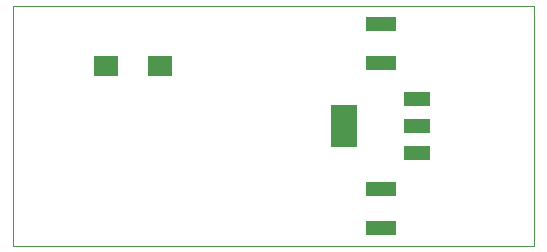
<source format=gbp>
G75*
%MOIN*%
%OFA0B0*%
%FSLAX25Y25*%
%IPPOS*%
%LPD*%
%AMOC8*
5,1,8,0,0,1.08239X$1,22.5*
%
%ADD10C,0.00000*%
%ADD11R,0.09843X0.04724*%
%ADD12R,0.08800X0.04800*%
%ADD13R,0.08661X0.14173*%
%ADD14R,0.07874X0.07087*%
D10*
X0001250Y0001250D02*
X0001250Y0081211D01*
X0174951Y0081211D01*
X0174951Y0001250D01*
X0001250Y0001250D01*
D11*
X0123750Y0007254D03*
X0123750Y0020246D03*
X0123750Y0062254D03*
X0123750Y0075246D03*
D12*
X0135950Y0050350D03*
X0135950Y0041250D03*
X0135950Y0032150D03*
D13*
X0111549Y0041250D03*
D14*
X0050348Y0061250D03*
X0032152Y0061250D03*
M02*

</source>
